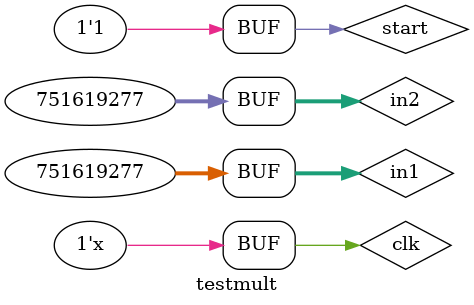
<source format=v>
`timescale 1ns / 1ps

module testmult;

    function [31:0] log2;
        input reg [31:0] value;
    	begin
        	value = value - 1;
        	for (log2 = 0; value > 0; log2 = log2 + 1)
            begin
            	value = value >> 1;
            end
      	end
    endfunction

    parameter N = 32;
    parameter Bs = log2(N);
    parameter es = 2;

    reg [N-1:0] in1, in2;
    reg start;
    wire [N-1:0] out;
    wire done;

    reg clk;


    // Instantiate the Unit Under Test (UUT)
    posit_adder_4 #(
        .N(N),
        .es(es)
    ) uut (
        .aclk(clk),
        .in1(in1),
        .in2(in2),
        .start(start),
        .result(out),
        .inf(inf),
        .zero(zero),
        .done(done)
    );

	initial
    begin
		// Initialize Inputs
		in1 = 0;
		in2 = 0;
		clk = 0;
		start = 1;
        in1 = 32'h2CCCCCCD; // 0.20000000018626451
        in2 = 32'h2CCCCCCD; // 0.20000000018626451
	end

    always #5
    begin
        clk = ~clk;
    end
endmodule

</source>
